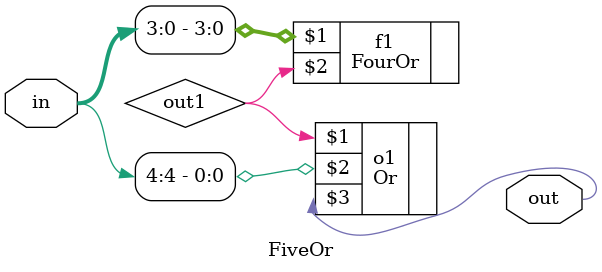
<source format=v>
module FiveOr (
    input [4:0] in,
    output out
);
    wire out1, out2;
    FourOr f1(in[3:0], out1);
    Or o1(out1, in[4], out);

endmodule

</source>
